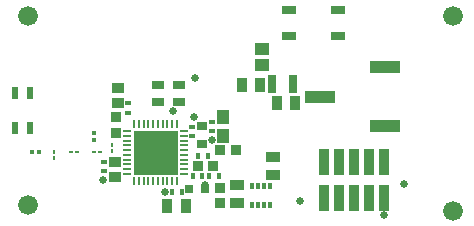
<source format=gts>
G04*
G04 #@! TF.GenerationSoftware,Altium Limited,Altium Designer,23.5.1 (21)*
G04*
G04 Layer_Color=8388736*
%FSLAX25Y25*%
%MOIN*%
G70*
G04*
G04 #@! TF.SameCoordinates,F3818A2F-99DD-4422-A772-264FF04CB145*
G04*
G04*
G04 #@! TF.FilePolarity,Negative*
G04*
G01*
G75*
%ADD13R,0.02559X0.02756*%
%ADD15R,0.01181X0.00984*%
%ADD17R,0.09843X0.03937*%
%ADD18R,0.03985X0.04758*%
%ADD21R,0.01968X0.01575*%
%ADD23R,0.00758X0.02681*%
G04:AMPARAMS|DCode=24|XSize=26.81mil|YSize=7.58mil|CornerRadius=3.79mil|HoleSize=0mil|Usage=FLASHONLY|Rotation=270.000|XOffset=0mil|YOffset=0mil|HoleType=Round|Shape=RoundedRectangle|*
%AMROUNDEDRECTD24*
21,1,0.02681,0.00000,0,0,270.0*
21,1,0.01924,0.00758,0,0,270.0*
1,1,0.00758,0.00000,-0.00962*
1,1,0.00758,0.00000,0.00962*
1,1,0.00758,0.00000,0.00962*
1,1,0.00758,0.00000,-0.00962*
%
%ADD24ROUNDEDRECTD24*%
G04:AMPARAMS|DCode=25|XSize=7.58mil|YSize=26.81mil|CornerRadius=3.79mil|HoleSize=0mil|Usage=FLASHONLY|Rotation=270.000|XOffset=0mil|YOffset=0mil|HoleType=Round|Shape=RoundedRectangle|*
%AMROUNDEDRECTD25*
21,1,0.00758,0.01924,0,0,270.0*
21,1,0.00000,0.02681,0,0,270.0*
1,1,0.00758,-0.00962,0.00000*
1,1,0.00758,-0.00962,0.00000*
1,1,0.00758,0.00962,0.00000*
1,1,0.00758,0.00962,0.00000*
%
%ADD25ROUNDEDRECTD25*%
%ADD26R,0.01394X0.01034*%
%ADD27R,0.01788X0.01428*%
%ADD28R,0.01034X0.01394*%
%ADD29R,0.01428X0.01788*%
%ADD30R,0.03758X0.04969*%
%ADD31R,0.02362X0.03937*%
%ADD32R,0.01575X0.01968*%
%ADD33R,0.03174X0.03379*%
%ADD34R,0.03543X0.03150*%
%ADD35R,0.03937X0.03150*%
%ADD36R,0.03379X0.03174*%
%ADD37R,0.04969X0.03758*%
%ADD40R,0.03583X0.08583*%
%ADD41R,0.15158X0.15158*%
%ADD42R,0.04724X0.03150*%
%ADD43R,0.04134X0.03740*%
%ADD44R,0.03802X0.03550*%
%ADD45R,0.02559X0.02067*%
%ADD46R,0.03550X0.03802*%
%ADD47R,0.01772X0.02461*%
%ADD48R,0.04528X0.04134*%
%ADD49C,0.06591*%
%ADD50C,0.02591*%
D13*
X140543Y91900D02*
D03*
X145858D02*
D03*
D15*
X108760Y104331D02*
D03*
X110926D02*
D03*
D17*
X205627Y112857D02*
D03*
Y132543D02*
D03*
X183973Y122700D02*
D03*
D18*
X151700Y109443D02*
D03*
Y115757D02*
D03*
D21*
X120100Y120475D02*
D03*
Y117325D02*
D03*
X112000Y100975D02*
D03*
Y97825D02*
D03*
X148100Y111225D02*
D03*
Y114375D02*
D03*
X141600Y112675D02*
D03*
Y109525D02*
D03*
D23*
X136380Y113545D02*
D03*
D24*
X134805D02*
D03*
X133230D02*
D03*
X131656D02*
D03*
X130081D02*
D03*
X126931D02*
D03*
X125356D02*
D03*
X123782D02*
D03*
X122207D02*
D03*
Y94525D02*
D03*
X128506D02*
D03*
X133230D02*
D03*
X134805D02*
D03*
X136380D02*
D03*
X128506Y113545D02*
D03*
X123782Y94525D02*
D03*
X125356D02*
D03*
X126931D02*
D03*
X130081D02*
D03*
X131656D02*
D03*
D25*
X119783Y111122D02*
D03*
Y109547D02*
D03*
Y107973D02*
D03*
Y106398D02*
D03*
Y104823D02*
D03*
Y103248D02*
D03*
Y101673D02*
D03*
Y100098D02*
D03*
Y98524D02*
D03*
Y96949D02*
D03*
X138803D02*
D03*
Y98524D02*
D03*
Y100098D02*
D03*
Y101673D02*
D03*
Y103248D02*
D03*
Y104823D02*
D03*
Y106398D02*
D03*
Y107973D02*
D03*
Y109547D02*
D03*
Y111122D02*
D03*
D26*
X102999Y104331D02*
D03*
X100997D02*
D03*
D27*
X87992D02*
D03*
X90388D02*
D03*
D28*
X114862Y104428D02*
D03*
Y106430D02*
D03*
X95600Y104301D02*
D03*
Y102299D02*
D03*
D29*
X108760Y108251D02*
D03*
Y110647D02*
D03*
D30*
X158046Y126700D02*
D03*
X164154D02*
D03*
X169646Y120600D02*
D03*
X175754D02*
D03*
X139354Y86100D02*
D03*
X133246D02*
D03*
D31*
X87500Y112205D02*
D03*
Y124016D02*
D03*
X82382D02*
D03*
Y112205D02*
D03*
D32*
X134825Y91000D02*
D03*
X137975D02*
D03*
X141625Y96100D02*
D03*
X144775D02*
D03*
X147125D02*
D03*
X150275D02*
D03*
X143525Y102800D02*
D03*
X146675D02*
D03*
D33*
X148465Y99700D02*
D03*
X143535D02*
D03*
D34*
X144900Y112953D02*
D03*
Y107047D02*
D03*
D35*
X130057Y126456D02*
D03*
X137143D02*
D03*
Y120944D02*
D03*
X130057D02*
D03*
D36*
X150900Y87135D02*
D03*
Y92065D02*
D03*
D37*
X168500Y102654D02*
D03*
Y96546D02*
D03*
X156600Y87246D02*
D03*
Y93354D02*
D03*
D40*
X185400Y88800D02*
D03*
Y100808D02*
D03*
X190400Y88800D02*
D03*
Y100808D02*
D03*
X195400Y88800D02*
D03*
Y100808D02*
D03*
X200400Y88800D02*
D03*
Y100808D02*
D03*
X205400Y88800D02*
D03*
Y100808D02*
D03*
D41*
X129293Y104035D02*
D03*
D42*
X190169Y142968D02*
D03*
X173831D02*
D03*
X190169Y151432D02*
D03*
X173831D02*
D03*
D43*
X116900Y120639D02*
D03*
Y125561D02*
D03*
X115800Y100886D02*
D03*
Y95965D02*
D03*
D44*
X116101Y116056D02*
D03*
Y110545D02*
D03*
D45*
X174946Y128969D02*
D03*
Y127000D02*
D03*
Y125031D02*
D03*
X168254D02*
D03*
Y127000D02*
D03*
Y128969D02*
D03*
D46*
X150645Y104999D02*
D03*
X156156D02*
D03*
D47*
X161447Y92999D02*
D03*
X163416D02*
D03*
X165384D02*
D03*
X167353D02*
D03*
Y86401D02*
D03*
X165384D02*
D03*
X163416D02*
D03*
X161447D02*
D03*
D48*
X164900Y138458D02*
D03*
Y133142D02*
D03*
D49*
X228346Y149606D02*
D03*
X86614Y86614D02*
D03*
Y149606D02*
D03*
X228346Y84646D02*
D03*
D50*
X212100Y93600D02*
D03*
X177400Y87800D02*
D03*
X205500Y83131D02*
D03*
X205627Y112857D02*
D03*
X148200Y108300D02*
D03*
X145900Y93351D02*
D03*
X142387Y129042D02*
D03*
X135100Y117786D02*
D03*
X142200Y115800D02*
D03*
X132500Y91000D02*
D03*
X111900Y94900D02*
D03*
M02*

</source>
